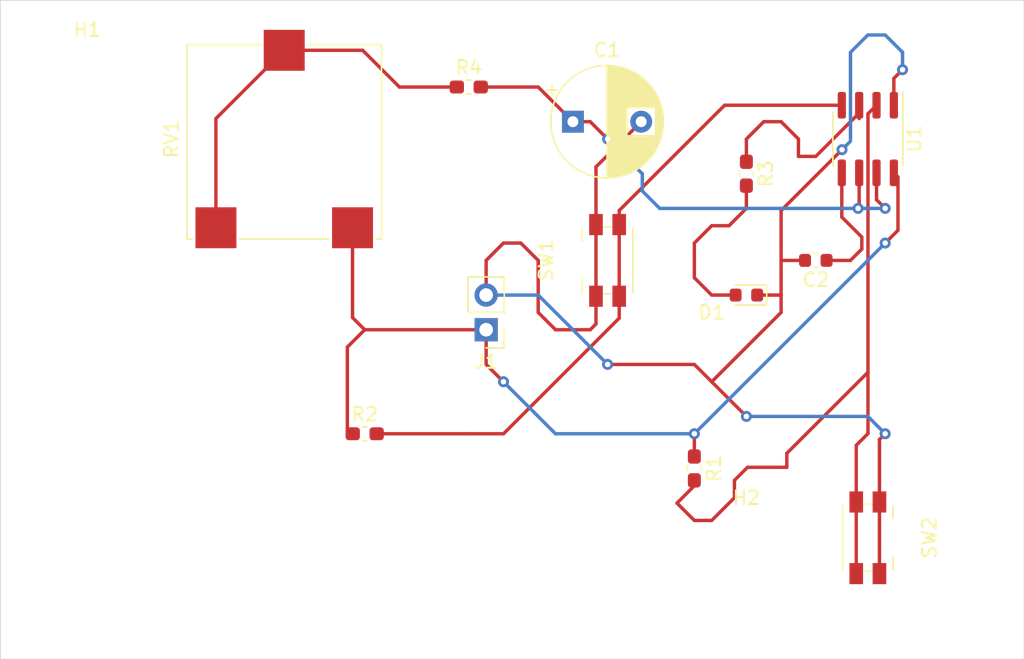
<source format=kicad_pcb>
(kicad_pcb (version 20211014) (generator pcbnew)
  (layers (0 "F.Cu" signal) (31 "B.Cu" signal) (34 "B.Paste" user) (35 "F.Paste" user) (36 "B.SilkS" user "B.Silkscreen") (37 "F.SilkS" user "F.Silkscreen") (38 "B.Mask" user) (39 "F.Mask" user) (44 "Edge.Cuts" user))
  (net 0 "")
  (net 1 "Net-(C1-Pad2)")
  (net 2 "Net-(C1-Pad1)")
  (net 3 "Net-(C2-Pad1)")
  (net 4 "Net-(D1-Pad2)")
  (net 5 "Net-(J1-Pad1)")
  (net 6 "Net-(R1-Pad2)")
  (net 7 "Net-(R2-Pad2)")
  (net 8 "Net-(R3-Pad1)")
  (net 9 "Net-(R4-Pad1)")
  (footprint "Capacitor_THT:CP_Radial_D8.0mm_P5.00mm" (layer "F.Cu") (at 167.64 86.36)
    (fp_text reference "C1" (at 2.5 -5.25) (layer "F.SilkS"))
    (fp_text value "100uF")
    (fp_line (start 4.221 1.04) (end 4.221 3.704) (layer "F.SilkS") (width 0.12))
    (fp_line (start 5.181 -3.09) (end 5.181 -1.04) (layer "F.SilkS") (width 0.12))
    (fp_line (start 3.341 -3.994) (end 3.341 3.994) (layer "F.SilkS") (width 0.12))
    (fp_line (start 4.061 -3.774) (end 4.061 -1.04) (layer "F.SilkS") (width 0.12))
    (fp_line (start 5.341 1.04) (end 5.341 2.945) (layer "F.SilkS") (width 0.12))
    (fp_line (start 5.461 1.04) (end 5.461 2.826) (layer "F.SilkS") (width 0.12))
    (fp_line (start 4.341 1.04) (end 4.341 3.647) (layer "F.SilkS") (width 0.12))
    (fp_line (start 5.261 -3.019) (end 5.261 -1.04) (layer "F.SilkS") (width 0.12))
    (fp_line (start 3.421 -3.976) (end 3.421 3.976) (layer "F.SilkS") (width 0.12))
    (fp_line (start 5.781 1.04) (end 5.781 2.454) (layer "F.SilkS") (width 0.12))
    (fp_line (start 3.541 -3.947) (end 3.541 3.947) (layer "F.SilkS") (width 0.12))
    (fp_line (start 4.821 1.04) (end 4.821 3.365) (layer "F.SilkS") (width 0.12))
    (fp_line (start 5.261 1.04) (end 5.261 3.019) (layer "F.SilkS") (width 0.12))
    (fp_line (start 5.981 -2.166) (end 5.981 -1.04) (layer "F.SilkS") (width 0.12))
    (fp_line (start 4.501 -3.562) (end 4.501 -1.04) (layer "F.SilkS") (width 0.12))
    (fp_line (start 4.181 -3.722) (end 4.181 -1.04) (layer "F.SilkS") (width 0.12))
    (fp_line (start 4.661 -3.469) (end 4.661 -1.04) (layer "F.SilkS") (width 0.12))
    (fp_line (start 4.861 -3.338) (end 4.861 -1.04) (layer "F.SilkS") (width 0.12))
    (fp_line (start 5.581 -2.697) (end 5.581 -1.04) (layer "F.SilkS") (width 0.12))
    (fp_line (start 2.9 -4.061) (end 2.9 4.061) (layer "F.SilkS") (width 0.12))
    (fp_line (start 3.381 -3.985) (end 3.381 3.985) (layer "F.SilkS") (width 0.12))
    (fp_line (start 6.261 -1.645) (end 6.261 1.645) (layer "F.SilkS") (width 0.12))
    (fp_line (start 4.861 1.04) (end 4.861 3.338) (layer "F.SilkS") (width 0.12))
    (fp_line (start 5.181 1.04) (end 5.181 3.09) (layer "F.SilkS") (width 0.12))
    (fp_line (start 2.86 -4.065) (end 2.86 4.065) (layer "F.SilkS") (width 0.12))
    (fp_line (start 5.021 -3.22) (end 5.021 -1.04) (layer "F.SilkS") (width 0.12))
    (fp_line (start 6.421 -1.229) (end 6.421 1.229) (layer "F.SilkS") (width 0.12))
    (fp_line (start 6.581 -0.533) (end 6.581 0.533) (layer "F.SilkS") (width 0.12))
    (fp_line (start 5.301 -2.983) (end 5.301 -1.04) (layer "F.SilkS") (width 0.12))
    (fp_line (start 4.701 -3.444) (end 4.701 -1.04) (layer "F.SilkS") (width 0.12))
    (fp_line (start 5.501 1.04) (end 5.501 2.784) (layer "F.SilkS") (width 0.12))
    (fp_line (start 5.901 -2.287) (end 5.901 -1.04) (layer "F.SilkS") (width 0.12))
    (fp_line (start 3.461 -3.967) (end 3.461 3.967) (layer "F.SilkS") (width 0.12))
    (fp_line (start 5.101 -3.156) (end 5.101 -1.04) (layer "F.SilkS") (width 0.12))
    (fp_line (start 5.621 1.04) (end 5.621 2.651) (layer "F.SilkS") (width 0.12))
    (fp_line (start 6.541 -0.768) (end 6.541 0.768) (layer "F.SilkS") (width 0.12))
    (fp_line (start 3.06 -4.042) (end 3.06 4.042) (layer "F.SilkS") (width 0.12))
    (fp_line (start 5.621 -2.651) (end 5.621 -1.04) (layer "F.SilkS") (width 0.12))
    (fp_line (start 5.341 -2.945) (end 5.341 -1.04) (layer "F.SilkS") (width 0.12))
    (fp_line (start 2.54 -4.08) (end 2.54 4.08) (layer "F.SilkS") (width 0.12))
    (fp_line (start 4.061 1.04) (end 4.061 3.774) (layer "F.SilkS") (width 0.12))
    (fp_line (start 4.221 -3.704) (end 4.221 -1.04) (layer "F.SilkS") (width 0.12))
    (fp_line (start 4.021 1.04) (end 4.021 3.79) (layer "F.SilkS") (width 0.12))
    (fp_line (start 4.661 1.04) (end 4.661 3.469) (layer "F.SilkS") (width 0.12))
    (fp_line (start 4.981 -3.25) (end 4.981 -1.04) (layer "F.SilkS") (width 0.12))
    (fp_line (start 5.861 1.04) (end 5.861 2.345) (layer "F.SilkS") (width 0.12))
    (fp_line (start 4.741 1.04) (end 4.741 3.418) (layer "F.SilkS") (width 0.12))
    (fp_line (start 4.981 1.04) (end 4.981 3.25) (layer "F.SilkS") (width 0.12))
    (fp_line (start -1.909698 -2.315) (end -1.109698 -2.315) (layer "F.SilkS") (width 0.12))
    (fp_line (start 4.101 1.04) (end 4.101 3.757) (layer "F.SilkS") (width 0.12))
    (fp_line (start 5.421 -2.867) (end 5.421 -1.04) (layer "F.SilkS") (width 0.12))
    (fp_line (start 3.261 -4.01) (end 3.261 4.01) (layer "F.SilkS") (width 0.12))
    (fp_line (start 5.581 1.04) (end 5.581 2.697) (layer "F.SilkS") (width 0.12))
    (fp_line (start 5.701 1.04) (end 5.701 2.556) (layer "F.SilkS") (width 0.12))
    (fp_line (start 4.421 1.04) (end 4.421 3.606) (layer "F.SilkS") (width 0.12))
    (fp_line (start 5.101 1.04) (end 5.101 3.156) (layer "F.SilkS") (width 0.12))
    (fp_line (start 5.381 1.04) (end 5.381 2.907) (layer "F.SilkS") (width 0.12))
    (fp_line (start 5.821 1.04) (end 5.821 2.4) (layer "F.SilkS") (width 0.12))
    (fp_line (start 3.741 -3.889) (end 3.741 3.889) (layer "F.SilkS") (width 0.12))
    (fp_line (start 4.701 1.04) (end 4.701 3.444) (layer "F.SilkS") (width 0.12))
    (fp_line (start 5.021 1.04) (end 5.021 3.22) (layer "F.SilkS") (width 0.12))
    (fp_line (start 3.901 -3.835) (end 3.901 3.835) (layer "F.SilkS") (width 0.12))
    (fp_line (start 4.781 1.04) (end 4.781 3.392) (layer "F.SilkS") (width 0.12))
    (fp_line (start 6.501 -0.948) (end 6.501 0.948) (layer "F.SilkS") (width 0.12))
    (fp_line (start 3.981 -3.805) (end 3.981 -1.04) (layer "F.SilkS") (width 0.12))
    (fp_line (start 4.301 1.04) (end 4.301 3.666) (layer "F.SilkS") (width 0.12))
    (fp_line (start 4.021 -3.79) (end 4.021 -1.04) (layer "F.SilkS") (width 0.12))
    (fp_line (start 4.461 1.04) (end 4.461 3.584) (layer "F.SilkS") (width 0.12))
    (fp_line (start 4.541 1.04) (end 4.541 3.54) (layer "F.SilkS") (width 0.12))
    (fp_line (start 6.221 -1.731) (end 6.221 1.731) (layer "F.SilkS") (width 0.12))
    (fp_line (start 4.941 -3.28) (end 4.941 -1.04) (layer "F.SilkS") (width 0.12))
    (fp_line (start 4.261 1.04) (end 4.261 3.686) (layer "F.SilkS") (width 0.12))
    (fp_line (start 2.5 -4.08) (end 2.5 4.08) (layer "F.SilkS") (width 0.12))
    (fp_line (start 6.301 -1.552) (end 6.301 1.552) (layer "F.SilkS") (width 0.12))
    (fp_line (start 5.741 -2.505) (end 5.741 -1.04) (layer "F.SilkS") (width 0.12))
    (fp_line (start 5.781 -2.454) (end 5.781 -1.04) (layer "F.SilkS") (width 0.12))
    (fp_line (start 5.661 1.04) (end 5.661 2.604) (layer "F.SilkS") (width 0.12))
    (fp_line (start 5.981 1.04) (end 5.981 2.166) (layer "F.SilkS") (width 0.12))
    (fp_line (start 6.021 1.04) (end 6.021 2.102) (layer "F.SilkS") (width 0.12))
    (fp_line (start 3.621 -3.925) (end 3.621 3.925) (layer "F.SilkS") (width 0.12))
    (fp_line (start 5.301 1.04) (end 5.301 2.983) (layer "F.SilkS") (width 0.12))
    (fp_line (start 4.941 1.04) (end 4.941 3.28) (layer "F.SilkS") (width 0.12))
    (fp_line (start 4.141 1.04) (end 4.141 3.74) (layer "F.SilkS") (width 0.12))
    (fp_line (start 5.501 -2.784) (end 5.501 -1.04) (layer "F.SilkS") (width 0.12))
    (fp_line (start 4.301 -3.666) (end 4.301 -1.04) (layer "F.SilkS") (width 0.12))
    (fp_line (start 3.02 -4.048) (end 3.02 4.048) (layer "F.SilkS") (width 0.12))
    (fp_line (start 3.301 -4.002) (end 3.301 4.002) (layer "F.SilkS") (width 0.12))
    (fp_line (start 6.461 -1.098) (end 6.461 1.098) (layer "F.SilkS") (width 0.12))
    (fp_line (start 5.141 -3.124) (end 5.141 -1.04) (layer "F.SilkS") (width 0.12))
    (fp_line (start 3.861 -3.85) (end 3.861 3.85) (layer "F.SilkS") (width 0.12))
    (fp_line (start 6.381 -1.346) (end 6.381 1.346) (layer "F.SilkS") (width 0.12))
    (fp_line (start 4.381 -3.627) (end 4.381 -1.04) (layer "F.SilkS") (width 0.12))
    (fp_line (start 5.701 -2.556) (end 5.701 -1.04) (layer "F.SilkS") (width 0.12))
    (fp_line (start 5.381 -2.907) (end 5.381 -1.04) (layer "F.SilkS") (width 0.12))
    (fp_line (start 5.941 -2.228) (end 5.941 -1.04) (layer "F.SilkS") (width 0.12))
    (fp_line (start 4.901 1.04) (end 4.901 3.309) (layer "F.SilkS") (width 0.12))
    (fp_line (start 3.821 -3.863) (end 3.821 3.863) (layer "F.SilkS") (width 0.12))
    (fp_line (start 5.461 -2.826) (end 5.461 -1.04) (layer "F.SilkS") (width 0.12))
    (fp_line (start 3.18 -4.024) (end 3.18 4.024) (layer "F.SilkS") (width 0.12))
    (fp_line (start 4.621 -3.493) (end 4.621 -1.04) (layer "F.SilkS") (width 0.12))
    (fp_line (start 3.501 -3.957) (end 3.501 3.957) (layer "F.SilkS") (width 0.12))
    (fp_line (start 4.181 1.04) (end 4.181 3.722) (layer "F.SilkS") (width 0.12))
    (fp_line (start 6.141 -1.89) (end 6.141 1.89) (layer "F.SilkS") (width 0.12))
    (fp_line (start 5.741 1.04) (end 5.741 2.505) (layer "F.SilkS") (width 0.12))
    (fp_line (start 6.181 -1.813) (end 6.181 1.813) (layer "F.SilkS") (width 0.12))
    (fp_line (start 5.221 -3.055) (end 5.221 -1.04) (layer "F.SilkS") (width 0.12))
    (fp_line (start 4.341 -3.647) (end 4.341 -1.04) (layer "F.SilkS") (width 0.12))
    (fp_line (start 2.74 -4.074) (end 2.74 4.074) (layer "F.SilkS") (width 0.12))
    (fp_line (start 4.381 1.04) (end 4.381 3.627) (layer "F.SilkS") (width 0.12))
    (fp_line (start 5.061 -3.189) (end 5.061 -1.04) (layer "F.SilkS") (width 0.12))
    (fp_line (start 4.461 -3.584) (end 4.461 -1.04) (layer "F.SilkS") (width 0.12))
    (fp_line (start 3.781 -3.877) (end 3.781 3.877) (layer "F.SilkS") (width 0.12))
    (fp_line (start 2.62 -4.079) (end 2.62 4.079) (layer "F.SilkS") (width 0.12))
    (fp_line (start 4.781 -3.392) (end 4.781 -1.04) (layer "F.SilkS") (width 0.12))
    (fp_line (start 5.901 1.04) (end 5.901 2.287) (layer "F.SilkS") (width 0.12))
    (fp_line (start 2.98 -4.052) (end 2.98 4.052) (layer "F.SilkS") (width 0.12))
    (fp_line (start 3.701 -3.902) (end 3.701 3.902) (layer "F.SilkS") (width 0.12))
    (fp_line (start 2.78 -4.071) (end 2.78 4.071) (layer "F.SilkS") (width 0.12))
    (fp_line (start 4.141 -3.74) (end 4.141 -1.04) (layer "F.SilkS") (width 0.12))
    (fp_line (start 5.861 -2.345) (end 5.861 -1.04) (layer "F.SilkS") (width 0.12))
    (fp_line (start 4.901 -3.309) (end 4.901 -1.04) (layer "F.SilkS") (width 0.12))
    (fp_line (start 5.821 -2.4) (end 5.821 -1.04) (layer "F.SilkS") (width 0.12))
    (fp_line (start 2.82 -4.068) (end 2.82 4.068) (layer "F.SilkS") (width 0.12))
    (fp_line (start 3.14 -4.03) (end 3.14 4.03) (layer "F.SilkS") (width 0.12))
    (fp_line (start 5.421 1.04) (end 5.421 2.867) (layer "F.SilkS") (width 0.12))
    (fp_line (start 4.261 -3.686) (end 4.261 -1.04) (layer "F.SilkS") (width 0.12))
    (fp_line (start 4.741 -3.418) (end 4.741 -1.04) (layer "F.SilkS") (width 0.12))
    (fp_line (start 4.581 1.04) (end 4.581 3.517) (layer "F.SilkS") (width 0.12))
    (fp_line (start 5.061 1.04) (end 5.061 3.189) (layer "F.SilkS") (width 0.12))
    (fp_line (start 5.541 -2.741) (end 5.541 -1.04) (layer "F.SilkS") (width 0.12))
    (fp_line (start 3.221 -4.017) (end 3.221 4.017) (layer "F.SilkS") (width 0.12))
    (fp_line (start 3.941 -3.821) (end 3.941 3.821) (layer "F.SilkS") (width 0.12))
    (fp_line (start 2.94 -4.057) (end 2.94 4.057) (layer "F.SilkS") (width 0.12))
    (fp_line (start 6.341 -1.453) (end 6.341 1.453) (layer "F.SilkS") (width 0.12))
    (fp_line (start 2.7 -4.076) (end 2.7 4.076) (layer "F.SilkS") (width 0.12))
    (fp_line (start 6.101 -1.964) (end 6.101 1.964) (layer "F.SilkS") (width 0.12))
    (fp_line (start 4.501 1.04) (end 4.501 3.562) (layer "F.SilkS") (width 0.12))
    (fp_line (start 3.981 1.04) (end 3.981 3.805) (layer "F.SilkS") (width 0.12))
    (fp_line (start 3.661 -3.914) (end 3.661 3.914) (layer "F.SilkS") (width 0.12))
    (fp_line (start 2.58 -4.08) (end 2.58 4.08) (layer "F.SilkS") (width 0.12))
    (fp_line (start 6.061 -2.034) (end 6.061 2.034) (layer "F.SilkS") (width 0.12))
    (fp_line (start 3.1 -4.037) (end 3.1 4.037) (layer "F.SilkS") (width 0.12))
    (fp_line (start 5.941 1.04) (end 5.941 2.228) (layer "F.SilkS") (width 0.12))
    (fp_line (start 4.821 -3.365) (end 4.821 -1.04) (layer "F.SilkS") (width 0.12))
    (fp_line (start 5.141 1.04) (end 5.141 3.124) (layer "F.SilkS") (width 0.12))
    (fp_line (start 4.541 -3.54) (end 4.541 -1.04) (layer "F.SilkS") (width 0.12))
    (fp_line (start 6.021 -2.102) (end 6.021 -1.04) (layer "F.SilkS") (width 0.12))
    (fp_line (start 4.581 -3.517) (end 4.581 -1.04) (layer "F.SilkS") (width 0.12))
    (fp_line (start 2.66 -4.077) (end 2.66 4.077) (layer "F.SilkS") (width 0.12))
    (fp_line (start 4.101 -3.757) (end 4.101 -1.04) (layer "F.SilkS") (width 0.12))
    (fp_line (start 5.541 1.04) (end 5.541 2.741) (layer "F.SilkS") (width 0.12))
    (fp_line (start 4.621 1.04) (end 4.621 3.493) (layer "F.SilkS") (width 0.12))
    (fp_line (start 4.421 -3.606) (end 4.421 -1.04) (layer "F.SilkS") (width 0.12))
    (fp_line (start 5.221 1.04) (end 5.221 3.055) (layer "F.SilkS") (width 0.12))
    (fp_line (start 5.661 -2.604) (end 5.661 -1.04) (layer "F.SilkS") (width 0.12))
    (fp_line (start -1.509698 -2.715) (end -1.509698 -1.915) (layer "F.SilkS") (width 0.12))
    (fp_line (start 3.581 -3.936) (end 3.581 3.936) (layer "F.SilkS") (width 0.12))
    (fp_circle (center 2.5 0) (end 6.62 0) (layer "F.SilkS") (width 0.12) (fill none))
    (pad "1" thru_hole rect locked (at 0 0) (size 1.6 1.6) (drill 0.8) (layers *.Cu *.Mask) (net 2 "Net-(C1-Pad1)"))
    (pad "2" thru_hole circle locked (at 5 0) (size 1.6 1.6) (drill 0.8) (layers *.Cu *.Mask) (net 1 "Net-(C1-Pad2)"))
  )
  (footprint "Capacitor_SMD:C_0603_1608Metric" (layer "F.Cu") (at 185.42 96.52 180)
    (fp_text reference "C2" (at 0 -1.43) (layer "F.SilkS"))
    (fp_text value "100nF")
    (fp_line (start -0.162779 0.51) (end 0.162779 0.51) (layer "F.SilkS") (width 0.12))
    (fp_line (start -0.162779 -0.51) (end 0.162779 -0.51) (layer "F.SilkS") (width 0.12))
    (pad "1" smd roundrect locked (at -0.7875 0 180) (size 0.875 0.95) (layers "F.Cu" "F.Paste" "F.Mask") (net 3 "Net-(C2-Pad1)"))
    (pad "2" smd roundrect locked (at 0.7875 0 180) (size 0.875 0.95) (layers "F.Cu" "F.Paste" "F.Mask") (net 1 "Net-(C1-Pad2)"))
  )
  (footprint "LED_SMD:LED_0603_1608Metric" (layer "F.Cu") (at 180.34 99.06 180)
    (fp_text reference "D1" (at 2.54 -1.27) (layer "F.SilkS"))
    (fp_text value "LED")
    (fp_line (start -1.485 0.735) (end 0.8 0.735) (layer "F.SilkS") (width 0.12))
    (fp_line (start -1.485 -0.735) (end -1.485 0.735) (layer "F.SilkS") (width 0.12))
    (fp_line (start 0.8 -0.735) (end -1.485 -0.735) (layer "F.SilkS") (width 0.12))
    (pad "1" smd roundrect locked (at -0.7875 0 180) (size 0.875 0.95) (layers "F.Cu" "F.Paste" "F.Mask") (net 1 "Net-(C1-Pad2)"))
    (pad "2" smd roundrect locked (at 0.7875 0 180) (size 0.875 0.95) (layers "F.Cu" "F.Paste" "F.Mask") (net 4 "Net-(D1-Pad2)"))
  )
  (footprint "MountingHole:MountingHole_3.2mm_M3" (layer "F.Cu") (at 132.08 83.82)
    (fp_text reference "H1" (at 0 -4.2) (layer "F.SilkS"))
    (fp_text value "MountingHole")
    (pad "" np_thru_hole circle locked (at 0 0) (size 3.2 3.2) (drill 3.2) (layers *.Cu *.Mask))
  )
  (footprint "MountingHole:MountingHole_3.2mm_M3" (layer "F.Cu") (at 180.34 118.11)
    (fp_text reference "H2" (at 0 -4.2) (layer "F.SilkS"))
    (fp_text value "MountingHole")
    (pad "" np_thru_hole circle locked (at 0 0) (size 3.2 3.2) (drill 3.2) (layers *.Cu *.Mask))
  )
  (footprint "Connector_PinHeader_2.54mm:PinHeader_1x02_P2.54mm_Vertical" (layer "F.Cu") (at 161.29 101.6 180)
    (fp_text reference "J1" (at 0 -2.33) (layer "F.SilkS"))
    (fp_text value "Conn_01x02_Male")
    (fp_line (start -1.33 1.27) (end -1.33 3.87) (layer "F.SilkS") (width 0.12))
    (fp_line (start -1.33 1.27) (end 1.33 1.27) (layer "F.SilkS") (width 0.12))
    (fp_line (start 1.33 1.27) (end 1.33 3.87) (layer "F.SilkS") (width 0.12))
    (fp_line (start -1.33 -1.33) (end 0 -1.33) (layer "F.SilkS") (width 0.12))
    (fp_line (start -1.33 3.87) (end 1.33 3.87) (layer "F.SilkS") (width 0.12))
    (fp_line (start -1.33 0) (end -1.33 -1.33) (layer "F.SilkS") (width 0.12))
    (pad "1" thru_hole rect locked (at 0 0 180) (size 1.7 1.7) (drill 1) (layers *.Cu *.Mask) (net 5 "Net-(J1-Pad1)"))
    (pad "2" thru_hole oval locked (at 0 2.54 180) (size 1.7 1.7) (drill 1) (layers *.Cu *.Mask) (net 1 "Net-(C1-Pad2)"))
  )
  (footprint "Resistor_SMD:R_0603_1608Metric_Pad1.05x0.95mm_HandSolder" (layer "F.Cu") (at 176.53 111.76 -90)
    (fp_text reference "R1" (at 0 -1.43 90) (layer "F.SilkS"))
    (fp_text value "10k")
    (fp_line (start -0.171267 -0.51) (end 0.171267 -0.51) (layer "F.SilkS") (width 0.12))
    (fp_line (start -0.171267 0.51) (end 0.171267 0.51) (layer "F.SilkS") (width 0.12))
    (pad "1" smd roundrect locked (at -0.875 0 270) (size 1.05 0.95) (layers "F.Cu" "F.Paste" "F.Mask") (net 5 "Net-(J1-Pad1)"))
    (pad "2" smd roundrect locked (at 0.875 0 270) (size 1.05 0.95) (layers "F.Cu" "F.Paste" "F.Mask") (net 6 "Net-(R1-Pad2)"))
  )
  (footprint "Resistor_SMD:R_0603_1608Metric_Pad1.05x0.95mm_HandSolder" (layer "F.Cu") (at 152.4 109.22)
    (fp_text reference "R2" (at 0 -1.43) (layer "F.SilkS"))
    (fp_text value "10k")
    (fp_line (start -0.171267 -0.51) (end 0.171267 -0.51) (layer "F.SilkS") (width 0.12))
    (fp_line (start -0.171267 0.51) (end 0.171267 0.51) (layer "F.SilkS") (width 0.12))
    (pad "1" smd roundrect locked (at -0.875 0) (size 1.05 0.95) (layers "F.Cu" "F.Paste" "F.Mask") (net 5 "Net-(J1-Pad1)"))
    (pad "2" smd roundrect locked (at 0.875 0) (size 1.05 0.95) (layers "F.Cu" "F.Paste" "F.Mask") (net 7 "Net-(R2-Pad2)"))
  )
  (footprint "Resistor_SMD:R_0603_1608Metric_Pad1.05x0.95mm_HandSolder" (layer "F.Cu") (at 180.34 90.17 -90)
    (fp_text reference "R3" (at 0 -1.43 90) (layer "F.SilkS"))
    (fp_text value "470")
    (fp_line (start -0.171267 0.51) (end 0.171267 0.51) (layer "F.SilkS") (width 0.12))
    (fp_line (start -0.171267 -0.51) (end 0.171267 -0.51) (layer "F.SilkS") (width 0.12))
    (pad "1" smd roundrect locked (at -0.875 0 270) (size 1.05 0.95) (layers "F.Cu" "F.Paste" "F.Mask") (net 8 "Net-(R3-Pad1)"))
    (pad "2" smd roundrect locked (at 0.875 0 270) (size 1.05 0.95) (layers "F.Cu" "F.Paste" "F.Mask") (net 4 "Net-(D1-Pad2)"))
  )
  (footprint "Resistor_SMD:R_0603_1608Metric_Pad1.05x0.95mm_HandSolder" (layer "F.Cu") (at 160.02 83.82)
    (fp_text reference "R4" (at 0 -1.43) (layer "F.SilkS"))
    (fp_text value "10k")
    (fp_line (start -0.171267 -0.51) (end 0.171267 -0.51) (layer "F.SilkS") (width 0.12))
    (fp_line (start -0.171267 0.51) (end 0.171267 0.51) (layer "F.SilkS") (width 0.12))
    (pad "1" smd roundrect locked (at -0.875 0) (size 1.05 0.95) (layers "F.Cu" "F.Paste" "F.Mask") (net 9 "Net-(R4-Pad1)"))
    (pad "2" smd roundrect locked (at 0.875 0) (size 1.05 0.95) (layers "F.Cu" "F.Paste" "F.Mask") (net 2 "Net-(C1-Pad1)"))
  )
  (footprint "Potentiometer_SMD:Potentiometer_ACP_CA14-VSMD_Vertical" (layer "F.Cu") (at 146.510301 87.63 90)
    (fp_text reference "RV1" (at 0 -8.25 90) (layer "F.SilkS"))
    (fp_text value "1M")
    (fp_line (start -7.32 6.74) (end -7.32 7.12) (layer "F.SilkS") (width 0.12))
    (fp_line (start -7.32 7.12) (end 6.92 7.12) (layer "F.SilkS") (width 0.12))
    (fp_line (start -7.32 -7.12) (end -7.32 -6.741) (layer "F.SilkS") (width 0.12))
    (fp_line (start 6.92 1.74) (end 6.92 7.12) (layer "F.SilkS") (width 0.12))
    (fp_line (start -7.32 -3.259) (end -7.32 3.26) (layer "F.SilkS") (width 0.12))
    (fp_line (start 6.92 -7.12) (end 6.92 -1.74) (layer "F.SilkS") (width 0.12))
    (fp_line (start -7.32 -7.12) (end 6.92 -7.12) (layer "F.SilkS") (width 0.12))
    (pad "1" smd rect locked (at -6.5 5 90) (size 3 3) (layers "F.Cu" "F.Paste" "F.Mask") (net 5 "Net-(J1-Pad1)"))
    (pad "2" smd rect locked (at 6.5 0 90) (size 3 3) (layers "F.Cu" "F.Paste" "F.Mask") (net 9 "Net-(R4-Pad1)"))
    (pad "3" smd rect locked (at -6.5 -5 90) (size 3 3) (layers "F.Cu" "F.Paste" "F.Mask") (net 9 "Net-(R4-Pad1)"))
  )
  (footprint "Button_Switch_SMD:Panasonic_EVQPUJ_EVQPUA" (layer "F.Cu") (at 170.18 96.52 90)
    (fp_text reference "SW1" (at 0 -4.5 90) (layer "F.SilkS"))
    (fp_text value "SW_Push")
    (fp_line (start 2.35 1.85) (end -2.35 1.85) (layer "F.SilkS") (width 0.12))
    (fp_line (start 2.35 -1.85) (end 1.425 -1.85) (layer "F.SilkS") (width 0.12))
    (fp_line (start -1.425 -1.85) (end -2.35 -1.85) (layer "F.SilkS") (width 0.12))
    (fp_line (start -2.45 0.275) (end -2.45 -0.275) (layer "F.SilkS") (width 0.12))
    (fp_line (start 2.45 0.275) (end 2.45 -0.275) (layer "F.SilkS") (width 0.12))
    (pad "1" smd rect locked (at -2.625 -0.85 270) (size 1.55 1) (layers "F.Cu" "F.Paste" "F.Mask") (net 1 "Net-(C1-Pad2)"))
    (pad "1" smd rect locked (at 2.625 -0.85 270) (size 1.55 1) (layers "F.Cu" "F.Paste" "F.Mask") (net 1 "Net-(C1-Pad2)"))
    (pad "2" smd rect locked (at -2.625 0.85 270) (size 1.55 1) (layers "F.Cu" "F.Paste" "F.Mask") (net 7 "Net-(R2-Pad2)"))
    (pad "2" smd rect locked (at 2.625 0.85 270) (size 1.55 1) (layers "F.Cu" "F.Paste" "F.Mask") (net 7 "Net-(R2-Pad2)"))
  )
  (footprint "Button_Switch_SMD:Panasonic_EVQPUJ_EVQPUA" (layer "F.Cu") (at 189.23 116.84 -90)
    (fp_text reference "SW2" (at 0 -4.5 90) (layer "F.SilkS"))
    (fp_text value "SW_Push")
    (fp_line (start -1.425 -1.85) (end -2.35 -1.85) (layer "F.SilkS") (width 0.12))
    (fp_line (start -2.45 0.275) (end -2.45 -0.275) (layer "F.SilkS") (width 0.12))
    (fp_line (start 2.45 0.275) (end 2.45 -0.275) (layer "F.SilkS") (width 0.12))
    (fp_line (start 2.35 -1.85) (end 1.425 -1.85) (layer "F.SilkS") (width 0.12))
    (fp_line (start 2.35 1.85) (end -2.35 1.85) (layer "F.SilkS") (width 0.12))
    (pad "1" smd rect locked (at 2.625 -0.85 90) (size 1.55 1) (layers "F.Cu" "F.Paste" "F.Mask") (net 1 "Net-(C1-Pad2)"))
    (pad "1" smd rect locked (at -2.625 -0.85 90) (size 1.55 1) (layers "F.Cu" "F.Paste" "F.Mask") (net 1 "Net-(C1-Pad2)"))
    (pad "2" smd rect locked (at -2.625 0.85 90) (size 1.55 1) (layers "F.Cu" "F.Paste" "F.Mask") (net 6 "Net-(R1-Pad2)"))
    (pad "2" smd rect locked (at 2.625 0.85 90) (size 1.55 1) (layers "F.Cu" "F.Paste" "F.Mask") (net 6 "Net-(R1-Pad2)"))
  )
  (footprint "Package_SO:SOIC-8_3.9x4.9mm_P1.27mm" (layer "F.Cu") (at 189.23 87.63 -90)
    (fp_text reference "U1" (at 0 -3.4 90) (layer "F.SilkS"))
    (fp_text value "LM555xM")
    (fp_line (start 0 2.56) (end 1.95 2.56) (layer "F.SilkS") (width 0.12))
    (fp_line (start 0 -2.56) (end 1.95 -2.56) (layer "F.SilkS") (width 0.12))
    (fp_line (start 0 2.56) (end -1.95 2.56) (layer "F.SilkS") (width 0.12))
    (fp_line (start 0 -2.56) (end -3.45 -2.56) (layer "F.SilkS") (width 0.12))
    (pad "1" smd roundrect locked (at -2.475 -1.905 270) (size 1.95 0.6) (layers "F.Cu" "F.Paste" "F.Mask") (net 1 "Net-(C1-Pad2)"))
    (pad "2" smd roundrect locked (at -2.475 -0.635 270) (size 1.95 0.6) (layers "F.Cu" "F.Paste" "F.Mask") (net 6 "Net-(R1-Pad2)"))
    (pad "3" smd roundrect locked (at -2.475 0.635 270) (size 1.95 0.6) (layers "F.Cu" "F.Paste" "F.Mask") (net 8 "Net-(R3-Pad1)"))
    (pad "4" smd roundrect locked (at -2.475 1.905 270) (size 1.95 0.6) (layers "F.Cu" "F.Paste" "F.Mask") (net 7 "Net-(R2-Pad2)"))
    (pad "5" smd roundrect locked (at 2.475 1.905 270) (size 1.95 0.6) (layers "F.Cu" "F.Paste" "F.Mask") (net 3 "Net-(C2-Pad1)"))
    (pad "6" smd roundrect locked (at 2.475 0.635 270) (size 1.95 0.6) (layers "F.Cu" "F.Paste" "F.Mask") (net 2 "Net-(C1-Pad1)"))
    (pad "7" smd roundrect locked (at 2.475 -0.635 270) (size 1.95 0.6) (layers "F.Cu" "F.Paste" "F.Mask") (net 2 "Net-(C1-Pad1)"))
    (pad "8" smd roundrect locked (at 2.475 -1.905 270) (size 1.95 0.6) (layers "F.Cu" "F.Paste" "F.Mask") (net 5 "Net-(J1-Pad1)"))
  )
  (gr_line (start 125.73 125.73) (end 200.66 125.73) (layer "Edge.Cuts") (width 0.05))
  (gr_line (start 200.66 77.47) (end 125.73 77.47) (layer "Edge.Cuts") (width 0.05))
  (gr_line (start 125.73 77.47) (end 125.73 125.73) (layer "Edge.Cuts") (width 0.05))
  (gr_line (start 200.66 125.73) (end 200.66 77.47) (layer "Edge.Cuts") (width 0.05))
  (segment (start 176.0475 104.14) (end 176.53 104.14) (width 0.25) (layer "F.Cu") (net 1))
  (segment (start 162.56 95.25) (end 161.29 96.52) (width 0.25) (layer "F.Cu") (net 1))
  (segment (start 182.88 100.33) (end 177.8 105.41) (width 0.25) (layer "F.Cu") (net 1))
  (segment (start 182.88 95.25) (end 182.88 92.870306) (width 0.25) (layer "F.Cu") (net 1))
  (segment (start 190.08 114.215) (end 190.08 109.64) (width 0.25) (layer "F.Cu") (net 1))
  (segment (start 176.53 104.14) (end 177.8 105.41) (width 0.25) (layer "F.Cu") (net 1))
  (segment (start 182.88 92.870306) (end 182.960153 92.790153) (width 0.25) (layer "F.Cu") (net 1))
  (segment (start 182.88 99.06) (end 182.88 97.79) (width 0.25) (layer "F.Cu") (net 1))
  (segment (start 163.83 95.25) (end 162.56 95.25) (width 0.25) (layer "F.Cu") (net 1))
  (segment (start 182.88 99.06) (end 182.88 100.33) (width 0.25) (layer "F.Cu") (net 1))
  (segment (start 177.8 105.41) (end 180.34 107.95) (width 0.25) (layer "F.Cu") (net 1))
  (segment (start 182.960153 92.790153) (end 187.34012 88.410186) (width 0.25) (layer "F.Cu") (net 1))
  (segment (start 168.91 101.6) (end 166.37 101.6) (width 0.25) (layer "F.Cu") (net 1))
  (segment (start 165.1 100.33) (end 165.1 96.52) (width 0.25) (layer "F.Cu") (net 1))
  (segment (start 182.88 96.52) (end 184.6325 96.52) (width 0.25) (layer "F.Cu") (net 1))
  (segment (start 191.135 85.155) (end 191.135 83.185) (width 0.25) (layer "F.Cu") (net 1))
  (segment (start 165.1 96.52) (end 163.83 95.25) (width 0.25) (layer "F.Cu") (net 1))
  (segment (start 191.135 83.185) (end 191.77 82.55) (width 0.25) (layer "F.Cu") (net 1))
  (segment (start 182.88 95.25) (end 182.88 96.52) (width 0.25) (layer "F.Cu") (net 1))
  (segment (start 176.0475 104.14) (end 170.18 104.14) (width 0.25) (layer "F.Cu") (net 1))
  (segment (start 166.37 101.6) (end 165.1 100.33) (width 0.25) (layer "F.Cu") (net 1))
  (segment (start 169.33 99.145) (end 169.33 101.18) (width 0.25) (layer "F.Cu") (net 1))
  (segment (start 190.08 109.64) (end 190.5 109.22) (width 0.25) (layer "F.Cu") (net 1))
  (segment (start 190.08 119.465) (end 190.08 114.215) (width 0.25) (layer "F.Cu") (net 1))
  (segment (start 172.64 86.36) (end 169.33 89.67) (width 0.25) (layer "F.Cu") (net 1))
  (segment (start 182.88 96.52) (end 182.88 97.79) (width 0.25) (layer "F.Cu") (net 1))
  (segment (start 181.1275 99.06) (end 182.88 99.06) (width 0.25) (layer "F.Cu") (net 1))
  (segment (start 169.33 93.895) (end 169.33 99.145) (width 0.25) (layer "F.Cu") (net 1))
  (segment (start 161.29 96.52) (end 161.29 99.06) (width 0.25) (layer "F.Cu") (net 1))
  (segment (start 165.1 96.52) (end 165.1 97.79) (width 0.25) (layer "F.Cu") (net 1))
  (segment (start 169.33 101.18) (end 168.91 101.6) (width 0.25) (layer "F.Cu") (net 1))
  (segment (start 169.33 89.67) (end 169.33 93.895) (width 0.25) (layer "F.Cu") (net 1))
  (via (at 170.18 104.14) (size 0.8) (drill 0.4) (layers "F.Cu" "B.Cu") (net 1))
  (via (at 190.5 109.22) (size 0.8) (drill 0.4) (layers "F.Cu" "B.Cu") (net 1))
  (via (at 180.34 107.95) (size 0.8) (drill 0.4) (layers "F.Cu" "B.Cu") (net 1))
  (via (at 191.77 82.55) (size 0.8) (drill 0.4) (layers "F.Cu" "B.Cu") (net 1))
  (via (at 187.34012 88.410186) (size 0.8) (drill 0.4) (layers "F.Cu" "B.Cu") (net 1))
  (segment (start 165.1 99.06) (end 161.29 99.06) (width 0.25) (layer "B.Cu") (net 1))
  (segment (start 189.23 80.01) (end 187.96 81.28) (width 0.25) (layer "B.Cu") (net 1))
  (segment (start 191.77 81.28) (end 191.77 82.55) (width 0.25) (layer "B.Cu") (net 1))
  (segment (start 170.18 104.14) (end 165.1 99.06) (width 0.25) (layer "B.Cu") (net 1))
  (segment (start 187.96 81.28) (end 187.96 87.63) (width 0.25) (layer "B.Cu") (net 1))
  (segment (start 189.23 107.95) (end 190.5 109.22) (width 0.25) (layer "B.Cu") (net 1))
  (segment (start 191.77 81.28) (end 190.5 80.01) (width 0.25) (layer "B.Cu") (net 1))
  (segment (start 180.34 107.95) (end 189.23 107.95) (width 0.25) (layer "B.Cu") (net 1))
  (segment (start 187.34012 88.410186) (end 187.96 87.790306) (width 0.25) (layer "B.Cu") (net 1))
  (segment (start 190.5 80.01) (end 189.23 80.01) (width 0.25) (layer "B.Cu") (net 1))
  (segment (start 189.865 90.105) (end 189.865 92.075) (width 0.25) (layer "F.Cu") (net 2))
  (segment (start 188.595 92.62999) (end 188.51499 92.71) (width 0.25) (layer "F.Cu") (net 2))
  (segment (start 188.595 90.105) (end 188.595 92.62999) (width 0.25) (layer "F.Cu") (net 2))
  (segment (start 160.895 83.82) (end 165.1 83.82) (width 0.25) (layer "F.Cu") (net 2))
  (segment (start 165.1 83.82) (end 167.64 86.36) (width 0.25) (layer "F.Cu") (net 2))
  (segment (start 167.64 86.36) (end 168.91 86.36) (width 0.25) (layer "F.Cu") (net 2))
  (segment (start 189.865 92.075) (end 190.5 92.71) (width 0.25) (layer "F.Cu") (net 2))
  (segment (start 168.91 86.36) (end 170.18 87.63) (width 0.25) (layer "F.Cu") (net 2))
  (via (at 190.5 92.71) (size 0.8) (drill 0.4) (layers "F.Cu" "B.Cu") (net 2))
  (via (at 188.51499 92.71) (size 0.8) (drill 0.4) (layers "F.Cu" "B.Cu") (net 2))
  (via (at 170.18 87.63) (size 0.8) (drill 0.4) (layers "F.Cu" "B.Cu") (net 2))
  (segment (start 188.51499 92.71) (end 190.5 92.71) (width 0.25) (layer "B.Cu") (net 2))
  (segment (start 172.72 91.44) (end 173.99 92.71) (width 0.25) (layer "B.Cu") (net 2))
  (segment (start 173.99 92.71) (end 188.51499 92.71) (width 0.25) (layer "B.Cu") (net 2))
  (segment (start 170.18 87.63) (end 172.72 90.17) (width 0.25) (layer "B.Cu") (net 2))
  (segment (start 172.72 90.17) (end 172.72 91.44) (width 0.25) (layer "B.Cu") (net 2))
  (segment (start 187.325 93.345) (end 188.78998 94.80998) (width 0.25) (layer "F.Cu") (net 3))
  (segment (start 187.96 96.52) (end 186.2075 96.52) (width 0.25) (layer "F.Cu") (net 3))
  (segment (start 187.325 90.105) (end 187.325 93.345) (width 0.25) (layer "F.Cu") (net 3))
  (segment (start 188.78998 94.80998) (end 188.78998 95.69002) (width 0.25) (layer "F.Cu") (net 3))
  (segment (start 188.78998 95.69002) (end 187.96 96.52) (width 0.25) (layer "F.Cu") (net 3))
  (segment (start 179.5525 99.06) (end 177.8 99.06) (width 0.25) (layer "F.Cu") (net 4))
  (segment (start 176.53 97.79) (end 176.53 95.25) (width 0.25) (layer "F.Cu") (net 4))
  (segment (start 179.07 93.98) (end 180.34 92.71) (width 0.25) (layer "F.Cu") (net 4))
  (segment (start 179.07 99.06) (end 179.5525 99.06) (width 0.25) (layer "F.Cu") (net 4))
  (segment (start 180.34 92.71) (end 180.34 91.045) (width 0.25) (layer "F.Cu") (net 4))
  (segment (start 176.53 95.25) (end 177.8 93.98) (width 0.25) (layer "F.Cu") (net 4))
  (segment (start 177.8 99.06) (end 176.53 97.79) (width 0.25) (layer "F.Cu") (net 4))
  (segment (start 177.8 93.98) (end 179.07 93.98) (width 0.25) (layer "F.Cu") (net 4))
  (segment (start 151.510301 100.710301) (end 152.4 101.6) (width 0.25) (layer "F.Cu") (net 5))
  (segment (start 152.4 101.6) (end 151.13 102.87) (width 0.25) (layer "F.Cu") (net 5))
  (segment (start 161.29 101.6) (end 152.4 101.6) (width 0.25) (layer "F.Cu") (net 5))
  (segment (start 176.53 110.885) (end 176.53 109.22) (width 0.25) (layer "F.Cu") (net 5))
  (segment (start 151.510301 94.13) (end 151.510301 100.710301) (width 0.25) (layer "F.Cu") (net 5))
  (segment (start 151.13 102.87) (end 151.13 108.825) (width 0.25) (layer "F.Cu") (net 5))
  (segment (start 191.435 94.315) (end 190.5 95.25) (width 0.25) (layer "F.Cu") (net 5))
  (segment (start 191.135 90.105) (end 191.435 90.405) (width 0.25) (layer "F.Cu") (net 5))
  (segment (start 191.435 90.405) (end 191.435 94.315) (width 0.25) (layer "F.Cu") (net 5))
  (segment (start 161.29 104.14) (end 161.29 101.6) (width 0.25) (layer "F.Cu") (net 5))
  (segment (start 162.56 105.41) (end 161.29 104.14) (width 0.25) (layer "F.Cu") (net 5))
  (segment (start 151.13 108.825) (end 151.525 109.22) (width 0.25) (layer "F.Cu") (net 5))
  (via (at 176.53 109.22) (size 0.8) (drill 0.4) (layers "F.Cu" "B.Cu") (net 5))
  (via (at 162.56 105.41) (size 0.8) (drill 0.4) (layers "F.Cu" "B.Cu") (net 5))
  (via (at 190.5 95.25) (size 0.8) (drill 0.4) (layers "F.Cu" "B.Cu") (net 5))
  (segment (start 190.5 95.25) (end 176.53 109.22) (width 0.25) (layer "B.Cu") (net 5))
  (segment (start 176.53 109.22) (end 166.37 109.22) (width 0.25) (layer "B.Cu") (net 5))
  (segment (start 166.37 109.22) (end 162.56 105.41) (width 0.25) (layer "B.Cu") (net 5))
  (segment (start 189.23999 109.21001) (end 188.38 110.07) (width 0.25) (layer "F.Cu") (net 6))
  (segment (start 176.53 113.03) (end 176.53 112.635) (width 0.25) (layer "F.Cu") (net 6))
  (segment (start 176.53 115.57) (end 175.26 114.3) (width 0.25) (layer "F.Cu") (net 6))
  (segment (start 189.23999 85.78001) (end 189.23999 104.71001) (width 0.25) (layer "F.Cu") (net 6))
  (segment (start 177.8 115.57) (end 176.53 115.57) (width 0.25) (layer "F.Cu") (net 6))
  (segment (start 183.3 110.65) (end 183.3 111.675) (width 0.25) (layer "F.Cu") (net 6))
  (segment (start 189.865 85.155) (end 189.23999 85.78001) (width 0.25) (layer "F.Cu") (net 6))
  (segment (start 180.425 111.675) (end 183.3 111.675) (width 0.25) (layer "F.Cu") (net 6))
  (segment (start 188.38 114.215) (end 188.38 119.465) (width 0.25) (layer "F.Cu") (net 6))
  (segment (start 188.38 110.07) (end 188.38 114.215) (width 0.25) (layer "F.Cu") (net 6))
  (segment (start 179.465 113.905) (end 177.8 115.57) (width 0.25) (layer "F.Cu") (net 6))
  (segment (start 179.465 112.635) (end 179.465 113.905) (width 0.25) (layer "F.Cu") (net 6))
  (segment (start 179.465 112.635) (end 180.425 111.675) (width 0.25) (layer "F.Cu") (net 6))
  (segment (start 175.26 114.3) (end 176.53 113.03) (width 0.25) (layer "F.Cu") (net 6))
  (segment (start 189.23999 104.71001) (end 183.3 110.65) (width 0.25) (layer "F.Cu") (net 6))
  (segment (start 189.23999 104.71001) (end 189.23999 109.21001) (width 0.25) (layer "F.Cu") (net 6))
  (segment (start 171.03 93.895) (end 171.03 92.87) (width 0.25) (layer "F.Cu") (net 7))
  (segment (start 162.56 109.22) (end 160.02 109.22) (width 0.25) (layer "F.Cu") (net 7))
  (segment (start 171.03 100.75) (end 162.56 109.22) (width 0.25) (layer "F.Cu") (net 7))
  (segment (start 171.03 99.145) (end 171.03 93.895) (width 0.25) (layer "F.Cu") (net 7))
  (segment (start 160.02 109.22) (end 153.275 109.22) (width 0.25) (layer "F.Cu") (net 7))
  (segment (start 171.03 99.145) (end 171.03 100.75) (width 0.25) (layer "F.Cu") (net 7))
  (segment (start 171.03 92.87) (end 178.745 85.155) (width 0.25) (layer "F.Cu") (net 7))
  (segment (start 178.745 85.155) (end 187.325 85.155) (width 0.25) (layer "F.Cu") (net 7))
  (segment (start 188.595 85.725) (end 188.595 85.155) (width 0.25) (layer "F.Cu") (net 8))
  (segment (start 188.595 86.13) (end 188.595 85.155) (width 0.25) (layer "F.Cu") (net 8))
  (segment (start 182.88 86.36) (end 184.15 87.63) (width 0.25) (layer "F.Cu") (net 8))
  (segment (start 181.61 86.36) (end 182.88 86.36) (width 0.25) (layer "F.Cu") (net 8))
  (segment (start 185.42 88.9) (end 188.595 85.725) (width 0.25) (layer "F.Cu") (net 8))
  (segment (start 184.15 87.63) (end 184.15 88.9) (width 0.25) (layer "F.Cu") (net 8))
  (segment (start 180.34 87.63) (end 181.61 86.36) (width 0.25) (layer "F.Cu") (net 8))
  (segment (start 180.34 89.295) (end 180.34 87.63) (width 0.25) (layer "F.Cu") (net 8))
  (segment (start 184.15 88.9) (end 185.42 88.9) (width 0.25) (layer "F.Cu") (net 8))
  (segment (start 141.510301 94.13) (end 141.510301 86.13) (width 0.25) (layer "F.Cu") (net 9))
  (segment (start 154.94 83.82) (end 159.145 83.82) (width 0.25) (layer "F.Cu") (net 9))
  (segment (start 152.25 81.13) (end 154.94 83.82) (width 0.25) (layer "F.Cu") (net 9))
  (segment (start 146.510301 81.13) (end 152.25 81.13) (width 0.25) (layer "F.Cu") (net 9))
  (segment (start 141.510301 86.13) (end 146.510301 81.13) (width 0.25) (layer "F.Cu") (net 9))
)
</source>
